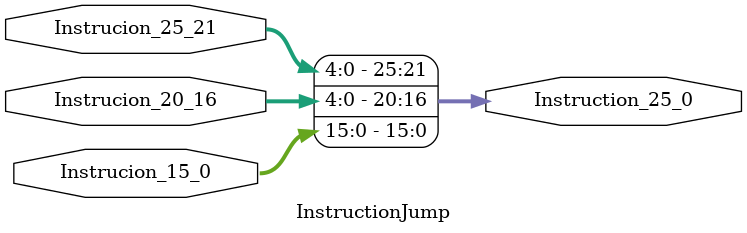
<source format=v>
module InstructionJump (Instrucion_25_21, Instrucion_20_16, Instrucion_15_0, Instruction_25_0);

input [4:0] Instrucion_25_21;
input [4:0] Instrucion_20_16;
input [15:0] Instrucion_15_0;
output wire [25:0] Instruction_25_0;

assign Instruction_25_0 = {Instrucion_25_21[4:0], Instrucion_20_16[4:0], Instrucion_15_0[15:0]};

endmodule 
</source>
